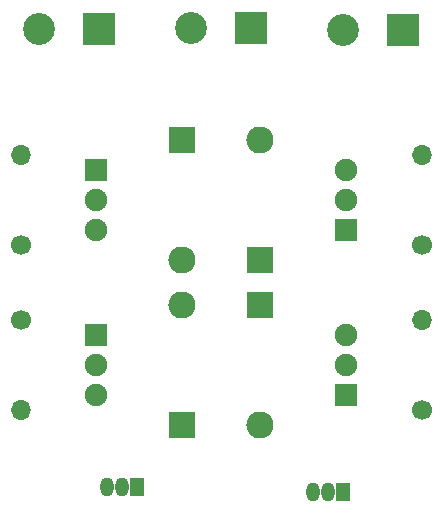
<source format=gbr>
%TF.GenerationSoftware,KiCad,Pcbnew,(5.1.6)-1*%
%TF.CreationDate,2020-11-23T20:23:35+01:00*%
%TF.ProjectId,h-bridge-2,682d6272-6964-4676-952d-322e6b696361,rev?*%
%TF.SameCoordinates,PX670dd60PY59b16d0*%
%TF.FileFunction,Soldermask,Top*%
%TF.FilePolarity,Negative*%
%FSLAX46Y46*%
G04 Gerber Fmt 4.6, Leading zero omitted, Abs format (unit mm)*
G04 Created by KiCad (PCBNEW (5.1.6)-1) date 2020-11-23 20:23:35*
%MOMM*%
%LPD*%
G01*
G04 APERTURE LIST*
%ADD10O,1.900000X1.900000*%
%ADD11R,1.900000X1.900000*%
%ADD12C,1.700000*%
%ADD13O,1.700000X1.700000*%
%ADD14R,2.300000X2.300000*%
%ADD15O,2.300000X2.300000*%
%ADD16O,1.150000X1.600000*%
%ADD17R,1.150000X1.600000*%
%ADD18R,2.700000X2.700000*%
%ADD19C,2.700000*%
G04 APERTURE END LIST*
D10*
%TO.C,Q3*%
X11580000Y12160000D03*
X11580000Y14700000D03*
D11*
X11580000Y17240000D03*
%TD*%
D12*
%TO.C,R4*%
X39120000Y10890000D03*
D13*
X39120000Y18510000D03*
%TD*%
D11*
%TO.C,Q5*%
X32710000Y12160000D03*
D10*
X32710000Y14700000D03*
X32710000Y17240000D03*
%TD*%
D14*
%TO.C,D1*%
X18840000Y33760000D03*
D15*
X18840000Y23600000D03*
%TD*%
D14*
%TO.C,D2*%
X18840000Y9620000D03*
D15*
X18840000Y19780000D03*
%TD*%
%TO.C,D3*%
X25450000Y33760000D03*
D14*
X25450000Y23600000D03*
%TD*%
D15*
%TO.C,D4*%
X25450000Y9620000D03*
D14*
X25450000Y19780000D03*
%TD*%
D16*
%TO.C,Q1*%
X13750000Y4370000D03*
X12480000Y4370000D03*
D17*
X15020000Y4370000D03*
%TD*%
D10*
%TO.C,Q2*%
X11580000Y26140000D03*
X11580000Y28680000D03*
D11*
X11580000Y31220000D03*
%TD*%
%TO.C,Q4*%
X32710000Y26140000D03*
D10*
X32710000Y28680000D03*
X32710000Y31220000D03*
%TD*%
D17*
%TO.C,Q6*%
X32500000Y3950000D03*
D16*
X29960000Y3950000D03*
X31230000Y3950000D03*
%TD*%
D12*
%TO.C,R1*%
X5170000Y24870000D03*
D13*
X5170000Y32490000D03*
%TD*%
%TO.C,R2*%
X5170000Y10890000D03*
D12*
X5170000Y18510000D03*
%TD*%
D13*
%TO.C,R3*%
X39120000Y32490000D03*
D12*
X39120000Y24870000D03*
%TD*%
D18*
%TO.C,J1*%
X11800000Y43180000D03*
D19*
X6720000Y43180000D03*
%TD*%
D18*
%TO.C,J2*%
X24690000Y43260000D03*
D19*
X19610000Y43260000D03*
%TD*%
%TO.C,J3*%
X32500000Y43050000D03*
D18*
X37580000Y43050000D03*
%TD*%
M02*

</source>
